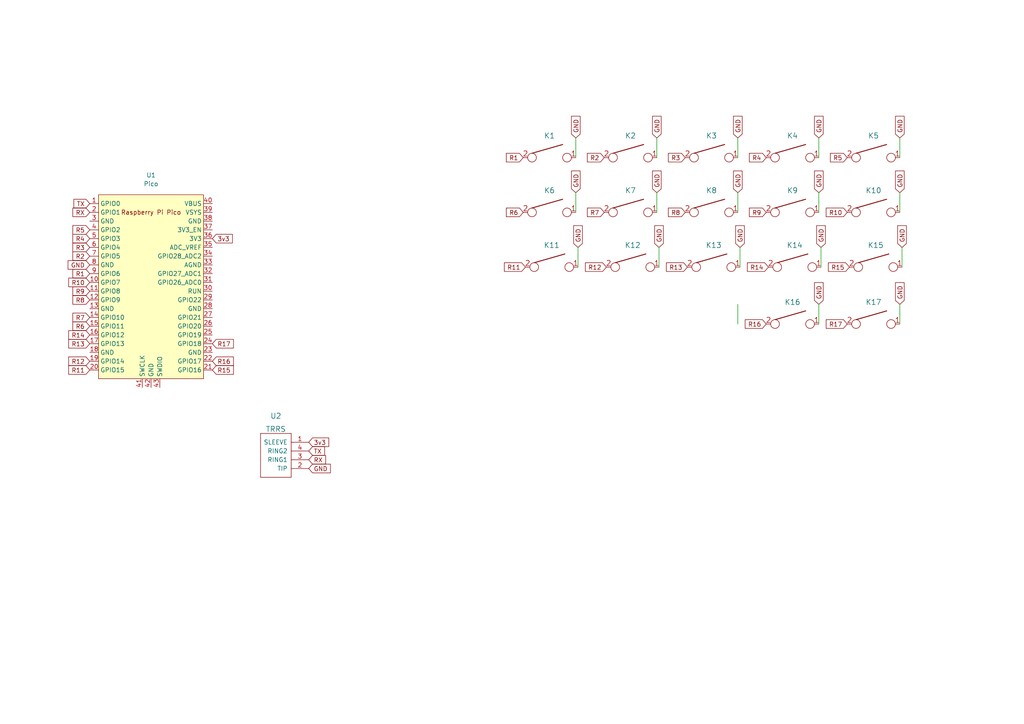
<source format=kicad_sch>
(kicad_sch (version 20211123) (generator eeschema)
  (paper "A4")
  (lib_symbols
    (symbol "MCU_RaspberryPi_and_Boards:Pico"
      (property "Reference" "U" (at -13.97 27.94 0))
      (property "Value" "Pico" (at 0 19.05 0))
      (symbol "Pico_0_0"
        (text "Raspberry Pi Pico" (at 0 21.59 0) (effects (font (size 1.27 1.27))))
      )
      (symbol "Pico_0_1"
        (rectangle (start -15.24 26.67) (end 15.24 -26.67) (fill (type background)))
      )
      (symbol "Pico_1_1"
        (pin bidirectional line (at -17.78 24.13 0) (length 2.54) (name "GPIO0") (number "1"))
        (pin bidirectional line (at -17.78 1.27 0) (length 2.54) (name "GPIO7") (number "10"))
        (pin bidirectional line (at -17.78 -1.27 0) (length 2.54) (name "GPIO8") (number "11"))
        (pin bidirectional line (at -17.78 -3.81 0) (length 2.54) (name "GPIO9") (number "12"))
        (pin power_in line (at -17.78 -6.35 0) (length 2.54) (name "GND") (number "13"))
        (pin bidirectional line (at -17.78 -8.89 0) (length 2.54) (name "GPIO10") (number "14"))
        (pin bidirectional line (at -17.78 -11.43 0) (length 2.54) (name "GPIO11") (number "15"))
        (pin bidirectional line (at -17.78 -13.97 0) (length 2.54) (name "GPIO12") (number "16"))
        (pin bidirectional line (at -17.78 -16.51 0) (length 2.54) (name "GPIO13") (number "17"))
        (pin power_in line (at -17.78 -19.05 0) (length 2.54) (name "GND") (number "18"))
        (pin bidirectional line (at -17.78 -21.59 0) (length 2.54) (name "GPIO14") (number "19"))
        (pin bidirectional line (at -17.78 21.59 0) (length 2.54) (name "GPIO1") (number "2"))
        (pin bidirectional line (at -17.78 -24.13 0) (length 2.54) (name "GPIO15") (number "20"))
        (pin bidirectional line (at 17.78 -24.13 180) (length 2.54) (name "GPIO16") (number "21"))
        (pin bidirectional line (at 17.78 -21.59 180) (length 2.54) (name "GPIO17") (number "22"))
        (pin power_in line (at 17.78 -19.05 180) (length 2.54) (name "GND") (number "23"))
        (pin bidirectional line (at 17.78 -16.51 180) (length 2.54) (name "GPIO18") (number "24"))
        (pin bidirectional line (at 17.78 -13.97 180) (length 2.54) (name "GPIO19") (number "25"))
        (pin bidirectional line (at 17.78 -11.43 180) (length 2.54) (name "GPIO20") (number "26"))
        (pin bidirectional line (at 17.78 -8.89 180) (length 2.54) (name "GPIO21") (number "27"))
        (pin power_in line (at 17.78 -6.35 180) (length 2.54) (name "GND") (number "28"))
        (pin bidirectional line (at 17.78 -3.81 180) (length 2.54) (name "GPIO22") (number "29"))
        (pin power_in line (at -17.78 19.05 0) (length 2.54) (name "GND") (number "3"))
        (pin input line (at 17.78 -1.27 180) (length 2.54) (name "RUN") (number "30"))
        (pin bidirectional line (at 17.78 1.27 180) (length 2.54) (name "GPIO26_ADC0") (number "31"))
        (pin bidirectional line (at 17.78 3.81 180) (length 2.54) (name "GPIO27_ADC1") (number "32"))
        (pin power_in line (at 17.78 6.35 180) (length 2.54) (name "AGND") (number "33"))
        (pin bidirectional line (at 17.78 8.89 180) (length 2.54) (name "GPIO28_ADC2") (number "34"))
        (pin power_in line (at 17.78 11.43 180) (length 2.54) (name "ADC_VREF") (number "35"))
        (pin power_in line (at 17.78 13.97 180) (length 2.54) (name "3V3") (number "36"))
        (pin input line (at 17.78 16.51 180) (length 2.54) (name "3V3_EN") (number "37"))
        (pin bidirectional line (at 17.78 19.05 180) (length 2.54) (name "GND") (number "38"))
        (pin power_in line (at 17.78 21.59 180) (length 2.54) (name "VSYS") (number "39"))
        (pin bidirectional line (at -17.78 16.51 0) (length 2.54) (name "GPIO2") (number "4"))
        (pin power_in line (at 17.78 24.13 180) (length 2.54) (name "VBUS") (number "40"))
        (pin input line (at -2.54 -29.21 90) (length 2.54) (name "SWCLK") (number "41"))
        (pin power_in line (at 0 -29.21 90) (length 2.54) (name "GND") (number "42"))
        (pin bidirectional line (at 2.54 -29.21 90) (length 2.54) (name "SWDIO") (number "43"))
        (pin bidirectional line (at -17.78 13.97 0) (length 2.54) (name "GPIO3") (number "5"))
        (pin bidirectional line (at -17.78 11.43 0) (length 2.54) (name "GPIO4") (number "6"))
        (pin bidirectional line (at -17.78 8.89 0) (length 2.54) (name "GPIO5") (number "7"))
        (pin power_in line (at -17.78 6.35 0) (length 2.54) (name "GND") (number "8"))
        (pin bidirectional line (at -17.78 3.81 0) (length 2.54) (name "GPIO6") (number "9"))
      )
    )
    (symbol "keebio:TRRS" (pin_names (offset 1.016))
      (property "Reference" "U" (at 0 15.24 0))
      (property "Value" "TRRS" (at 0 -2.54 0))
      (symbol "TRRS_0_1"
        (rectangle (start -3.81 0) (end -3.81 12.7))
        (rectangle (start -3.81 12.7) (end 5.08 12.7))
        (rectangle (start 5.08 0) (end -3.81 0))
        (rectangle (start 5.08 12.7) (end 5.08 0))
      )
      (symbol "TRRS_1_1"
        (pin input line (at -8.89 2.54 0) (length 5.08) (name "SLEEVE") (number "1"))
        (pin input line (at -8.89 10.16 0) (length 5.08) (name "TIP") (number "2"))
        (pin input line (at -8.89 7.62 0) (length 5.08) (name "RING1") (number "3"))
        (pin input line (at -8.89 5.08 0) (length 5.08) (name "RING2") (number "4"))
      )
    )
    (symbol "keyboard_parts:KEYSW" (pin_names (offset 1.016))
      (property "Reference" "K?" (at -1.27 0 0))
      (symbol "KEYSW_0_1"
        (circle (center -5.08 0) (radius 1.27))
        (polyline (pts (xy -5.08 1.27) (xy 3.81 3.81)) (stroke (width 0.254)))
        (circle (center 5.08 0) (radius 1.27))
      )
      (symbol "KEYSW_1_1"
        (pin passive line (at 7.62 0 180) (length 1.27) (name "~") (number "1"))
        (pin passive line (at -7.62 0 0) (length 1.27) (name "~") (number "2"))
      )
    )
  )
  (wire (pts (xy 167.005 55.88) (xy 167.005 61.595)))
  (wire (pts (xy 190.5 40.005) (xy 190.5 45.72)))
  (wire (pts (xy 213.995 55.88) (xy 213.995 61.595)))
  (wire (pts (xy 260.985 40.005) (xy 260.985 45.72)))
  (wire (pts (xy 190.5 55.88) (xy 190.5 61.595)))
  (wire (pts (xy 167.64 71.755) (xy 167.64 77.47)))
  (wire (pts (xy 260.985 55.88) (xy 260.985 61.595)))
  (wire (pts (xy 214.63 71.755) (xy 214.63 77.47)))
  (wire (pts (xy 261.62 71.755) (xy 261.62 77.47)))
  (wire (pts (xy 167.005 40.005) (xy 167.005 45.72)))
  (wire (pts (xy 260.985 88.265) (xy 260.985 93.98)))
  (wire (pts (xy 191.135 71.755) (xy 191.135 77.47)))
  (wire (pts (xy 213.995 88.265) (xy 213.995 93.98)))
  (wire (pts (xy 213.995 40.005) (xy 213.995 45.72)))
  (wire (pts (xy 237.49 88.265) (xy 237.49 93.98)))
  (wire (pts (xy 238.125 71.755) (xy 238.125 77.47)))
  (wire (pts (xy 237.49 55.88) (xy 237.49 61.595)))
  (wire (pts (xy 237.49 40.005) (xy 237.49 45.72)))
  (global_label "3v3" (shape input) (at 89.535 128.27 0) (property "Intersheet References" "${INTERSHEET_REFS}" (effects hide)))
  (global_label "R14" (shape input) (at 26.035 97.155 180) (property "Intersheet References" "${INTERSHEET_REFS}" (effects hide)))
  (global_label "GND" (shape input) (at 261.62 71.755 90) (property "Intersheet References" "${INTERSHEET_REFS}" (effects hide)))
  (global_label "R2" (shape input) (at 26.035 74.295 180) (property "Intersheet References" "${INTERSHEET_REFS}" (effects hide)))
  (global_label "R10" (shape input) (at 245.745 61.595 180) (property "Intersheet References" "${INTERSHEET_REFS}" (effects hide)))
  (global_label "R2" (shape input) (at 175.26 45.72 180) (property "Intersheet References" "${INTERSHEET_REFS}" (effects hide)))
  (global_label "R7" (shape input) (at 175.26 61.595 180) (property "Intersheet References" "${INTERSHEET_REFS}" (effects hide)))
  (global_label "R6" (shape input) (at 26.035 94.615 180) (property "Intersheet References" "${INTERSHEET_REFS}" (effects hide)))
  (global_label "R12" (shape input) (at 175.895 77.47 180) (property "Intersheet References" "${INTERSHEET_REFS}" (effects hide)))
  (global_label "GND" (shape input) (at 167.64 71.755 90) (property "Intersheet References" "${INTERSHEET_REFS}" (effects hide)))
  (global_label "R3" (shape input) (at 26.035 71.755 180) (property "Intersheet References" "${INTERSHEET_REFS}" (effects hide)))
  (global_label "R16" (shape input) (at 61.595 104.775 0) (property "Intersheet References" "${INTERSHEET_REFS}" (effects hide)))
  (global_label "R1" (shape input) (at 26.035 79.375 180) (property "Intersheet References" "${INTERSHEET_REFS}" (effects hide)))
  (global_label "R16" (shape input) (at 222.25 93.98 180) (property "Intersheet References" "${INTERSHEET_REFS}" (effects hide)))
  (global_label "R11" (shape input) (at 26.035 107.315 180) (property "Intersheet References" "${INTERSHEET_REFS}" (effects hide)))
  (global_label "R1" (shape input) (at 151.765 45.72 180) (property "Intersheet References" "${INTERSHEET_REFS}" (effects hide)))
  (global_label "R17" (shape input) (at 61.595 99.695 0) (property "Intersheet References" "${INTERSHEET_REFS}" (effects hide)))
  (global_label "R5" (shape input) (at 26.035 66.675 180) (property "Intersheet References" "${INTERSHEET_REFS}" (effects hide)))
  (global_label "TX" (shape input) (at 89.535 130.81 0) (property "Intersheet References" "${INTERSHEET_REFS}" (effects hide)))
  (global_label "R4" (shape input) (at 222.25 45.72 180) (property "Intersheet References" "${INTERSHEET_REFS}" (effects hide)))
  (global_label "GND" (shape input) (at 260.985 40.005 90) (property "Intersheet References" "${INTERSHEET_REFS}" (effects hide)))
  (global_label "GND" (shape input) (at 89.535 135.89 0) (property "Intersheet References" "${INTERSHEET_REFS}" (effects hide)))
  (global_label "TX" (shape input) (at 26.035 59.055 180) (property "Intersheet References" "${INTERSHEET_REFS}" (effects hide)))
  (global_label "R9" (shape input) (at 26.035 84.455 180) (property "Intersheet References" "${INTERSHEET_REFS}" (effects hide)))
  (global_label "R8" (shape input) (at 198.755 61.595 180) (property "Intersheet References" "${INTERSHEET_REFS}" (effects hide)))
  (global_label "RX" (shape input) (at 89.535 133.35 0) (property "Intersheet References" "${INTERSHEET_REFS}" (effects hide)))
  (global_label "GND" (shape input) (at 260.985 88.265 90) (property "Intersheet References" "${INTERSHEET_REFS}" (effects hide)))
  (global_label "R14" (shape input) (at 222.885 77.47 180) (property "Intersheet References" "${INTERSHEET_REFS}" (effects hide)))
  (global_label "R13" (shape input) (at 26.035 99.695 180) (property "Intersheet References" "${INTERSHEET_REFS}" (effects hide)))
  (global_label "R17" (shape input) (at 245.745 93.98 180) (property "Intersheet References" "${INTERSHEET_REFS}" (effects hide)))
  (global_label "GND" (shape input) (at 237.49 88.265 90) (property "Intersheet References" "${INTERSHEET_REFS}" (effects hide)))
  (global_label "R4" (shape input) (at 26.035 69.215 180) (property "Intersheet References" "${INTERSHEET_REFS}" (effects hide)))
  (global_label "GND" (shape input) (at 213.995 55.88 90) (property "Intersheet References" "${INTERSHEET_REFS}" (effects hide)))
  (global_label "R13" (shape input) (at 199.39 77.47 180) (property "Intersheet References" "${INTERSHEET_REFS}" (effects hide)))
  (global_label "GND" (shape input) (at 191.135 71.755 90) (property "Intersheet References" "${INTERSHEET_REFS}" (effects hide)))
  (global_label "R12" (shape input) (at 26.035 104.775 180) (property "Intersheet References" "${INTERSHEET_REFS}" (effects hide)))
  (global_label "GND" (shape input) (at 26.035 76.835 180) (property "Intersheet References" "${INTERSHEET_REFS}" (effects hide)))
  (global_label "R6" (shape input) (at 151.765 61.595 180) (property "Intersheet References" "${INTERSHEET_REFS}" (effects hide)))
  (global_label "GND" (shape input) (at 167.005 40.005 90) (property "Intersheet References" "${INTERSHEET_REFS}" (effects hide)))
  (global_label "GND" (shape input) (at 237.49 55.88 90) (property "Intersheet References" "${INTERSHEET_REFS}" (effects hide)))
  (global_label "R9" (shape input) (at 222.25 61.595 180) (property "Intersheet References" "${INTERSHEET_REFS}" (effects hide)))
  (global_label "GND" (shape input) (at 214.63 71.755 90) (property "Intersheet References" "${INTERSHEET_REFS}" (effects hide)))
  (global_label "GND" (shape input) (at 237.49 40.005 90) (property "Intersheet References" "${INTERSHEET_REFS}" (effects hide)))
  (global_label "R11" (shape input) (at 152.4 77.47 180) (property "Intersheet References" "${INTERSHEET_REFS}" (effects hide)))
  (global_label "R5" (shape input) (at 245.745 45.72 180) (property "Intersheet References" "${INTERSHEET_REFS}" (effects hide)))
  (global_label "3v3" (shape input) (at 61.595 69.215 0) (property "Intersheet References" "${INTERSHEET_REFS}" (effects hide)))
  (global_label "R8" (shape input) (at 26.035 86.995 180) (property "Intersheet References" "${INTERSHEET_REFS}" (effects hide)))
  (global_label "RX" (shape input) (at 26.035 61.595 180) (property "Intersheet References" "${INTERSHEET_REFS}" (effects hide)))
  (global_label "GND" (shape input) (at 190.5 55.88 90) (property "Intersheet References" "${INTERSHEET_REFS}" (effects hide)))
  (global_label "GND" (shape input) (at 167.005 55.88 90) (property "Intersheet References" "${INTERSHEET_REFS}" (effects hide)))
  (global_label "R3" (shape input) (at 198.755 45.72 180) (property "Intersheet References" "${INTERSHEET_REFS}" (effects hide)))
  (global_label "GND" (shape input) (at 260.985 55.88 90) (property "Intersheet References" "${INTERSHEET_REFS}" (effects hide)))
  (global_label "R15" (shape input) (at 61.595 107.315 0) (property "Intersheet References" "${INTERSHEET_REFS}" (effects hide)))
  (global_label "GND" (shape input) (at 190.5 40.005 90) (property "Intersheet References" "${INTERSHEET_REFS}" (effects hide)))
  (global_label "R15" (shape input) (at 246.38 77.47 180) (property "Intersheet References" "${INTERSHEET_REFS}" (effects hide)))
  (global_label "R10" (shape input) (at 26.035 81.915 180) (property "Intersheet References" "${INTERSHEET_REFS}" (effects hide)))
  (global_label "R7" (shape input) (at 26.035 92.075 180) (property "Intersheet References" "${INTERSHEET_REFS}" (effects hide)))
  (global_label "GND" (shape input) (at 238.125 71.755 90) (property "Intersheet References" "${INTERSHEET_REFS}" (effects hide)))
  (global_label "GND" (shape input) (at 213.995 40.005 90) (property "Intersheet References" "${INTERSHEET_REFS}" (effects hide)))
  (symbol (lib_id "keyboard_parts:KEYSW") (at 253.365 61.595 0) (unit 1)
    (property "Reference" "K10" (at 253.365 55.245 0) (effects (font (size 1.524 1.524))))
    (property "Value" "KEYSW" (effects hide))
    (property "Footprint" "keyswitches:SW_MX_reversible" (effects hide))
  )
  (symbol (lib_id "keyboard_parts:KEYSW") (at 229.87 61.595 0) (unit 1)
    (property "Reference" "K9" (at 229.87 55.245 0) (effects (font (size 1.524 1.524))))
    (property "Value" "KEYSW" (effects hide))
    (property "Footprint" "keyswitches:SW_MX_reversible" (effects hide))
  )
  (symbol (lib_id "keyboard_parts:KEYSW") (at 207.01 77.47 0) (unit 1)
    (property "Reference" "K13" (at 207.01 71.12 0) (effects (font (size 1.524 1.524))))
    (property "Value" "KEYSW" (effects hide))
    (property "Footprint" "keyswitches:SW_MX_reversible" (effects hide))
  )
  (symbol (lib_id "keyboard_parts:KEYSW") (at 159.385 61.595 0) (unit 1)
    (property "Reference" "K6" (at 159.385 55.245 0) (effects (font (size 1.524 1.524))))
    (property "Value" "KEYSW" (effects hide))
    (property "Footprint" "keyswitches:SW_MX_reversible" (effects hide))
  )
  (symbol (lib_id "keyboard_parts:KEYSW") (at 229.87 93.98 0) (unit 1)
    (property "Reference" "K16" (at 229.87 87.63 0) (effects (font (size 1.524 1.524))))
    (property "Value" "KEYSW" (effects hide))
    (property "Footprint" "keyswitches:SW_MX_reversible" (effects hide))
  )
  (symbol (lib_id "keyboard_parts:KEYSW") (at 229.87 45.72 0) (unit 1)
    (property "Reference" "K4" (at 229.87 39.37 0) (effects (font (size 1.524 1.524))))
    (property "Value" "KEYSW" (effects hide))
    (property "Footprint" "keyswitches:SW_MX_reversible" (effects hide))
  )
  (symbol (lib_id "keyboard_parts:KEYSW") (at 253.365 45.72 0) (unit 1)
    (property "Reference" "K5" (at 253.365 39.37 0) (effects (font (size 1.524 1.524))))
    (property "Value" "KEYSW" (effects hide))
    (property "Footprint" "keyswitches:SW_MX_reversible" (effects hide))
  )
  (symbol (lib_id "keyboard_parts:KEYSW") (at 254 77.47 0) (unit 1)
    (property "Reference" "K15" (at 254 71.12 0) (effects (font (size 1.524 1.524))))
    (property "Value" "KEYSW" (effects hide))
    (property "Footprint" "keyswitches:SW_MX_reversible" (effects hide))
  )
  (symbol (lib_id "keyboard_parts:KEYSW") (at 230.505 77.47 0) (unit 1)
    (property "Reference" "K14" (at 230.505 71.12 0) (effects (font (size 1.524 1.524))))
    (property "Value" "KEYSW" (effects hide))
    (property "Footprint" "keyswitches:SW_MX_reversible" (effects hide))
  )
  (symbol (lib_id "keyboard_parts:KEYSW") (at 159.385 45.72 0) (unit 1)
    (property "Reference" "K1" (at 159.385 39.37 0) (effects (font (size 1.524 1.524))))
    (property "Value" "KEYSW" (effects hide))
    (property "Footprint" "keyswitches:SW_MX_reversible" (effects hide))
  )
  (symbol (lib_id "keebio:TRRS") (at 80.645 125.73 180) (unit 1)
    (property "Reference" "U2" (at 80.01 120.65 0) (effects (font (size 1.524 1.524))))
    (property "Value" "TRRS" (at 80.01 124.46 0) (effects (font (size 1.524 1.524))))
    (property "Footprint" "Keebio-Parts:TRRS-PJ-320A-rev" (effects hide))
  )
  (symbol (lib_id "keyboard_parts:KEYSW") (at 206.375 45.72 0) (unit 1)
    (property "Reference" "K3" (at 206.375 39.37 0) (effects (font (size 1.524 1.524))))
    (property "Value" "KEYSW" (effects hide))
    (property "Footprint" "keyswitches:SW_MX_reversible" (effects hide))
  )
  (symbol (lib_id "keyboard_parts:KEYSW") (at 182.88 45.72 0) (unit 1)
    (property "Reference" "K2" (at 182.88 39.37 0) (effects (font (size 1.524 1.524))))
    (property "Value" "KEYSW" (effects hide))
    (property "Footprint" "keyswitches:SW_MX_reversible" (effects hide))
  )
  (symbol (lib_id "MCU_RaspberryPi_and_Boards:Pico") (at 43.815 83.185 0) (unit 1)
    (property "Reference" "U1" (at 43.815 50.8 0))
    (property "Value" "Pico" (at 43.815 53.34 0))
    (property "Footprint" "MCU_RaspberryPi_and_Boards:RPi_Pico_SMD_TH-REV2" (effects hide))
  )
  (symbol (lib_id "keyboard_parts:KEYSW") (at 160.02 77.47 0) (unit 1)
    (property "Reference" "K11" (at 160.02 71.12 0) (effects (font (size 1.524 1.524))))
    (property "Value" "KEYSW" (effects hide))
    (property "Footprint" "keyswitches:SW_MX_reversible" (effects hide))
  )
  (symbol (lib_id "keyboard_parts:KEYSW") (at 183.515 77.47 0) (unit 1)
    (property "Reference" "K12" (at 183.515 71.12 0) (effects (font (size 1.524 1.524))))
    (property "Value" "KEYSW" (effects hide))
    (property "Footprint" "keyswitches:SW_MX_reversible" (effects hide))
  )
  (symbol (lib_id "keyboard_parts:KEYSW") (at 253.365 93.98 0) (unit 1)
    (property "Reference" "K17" (at 253.365 87.63 0) (effects (font (size 1.524 1.524))))
    (property "Value" "KEYSW" (effects hide))
    (property "Footprint" "keyswitches:SW_MX_reversible" (effects hide))
  )
  (symbol (lib_id "keyboard_parts:KEYSW") (at 206.375 61.595 0) (unit 1)
    (property "Reference" "K8" (at 206.375 55.245 0) (effects (font (size 1.524 1.524))))
    (property "Value" "KEYSW" (effects hide))
    (property "Footprint" "keyswitches:SW_MX_reversible" (effects hide))
  )
  (symbol (lib_id "keyboard_parts:KEYSW") (at 182.88 61.595 0) (unit 1)
    (property "Reference" "K7" (at 182.88 55.245 0) (effects (font (size 1.524 1.524))))
    (property "Value" "KEYSW" (effects hide))
    (property "Footprint" "keyswitches:SW_MX_reversible" (effects hide))
  )
)
</source>
